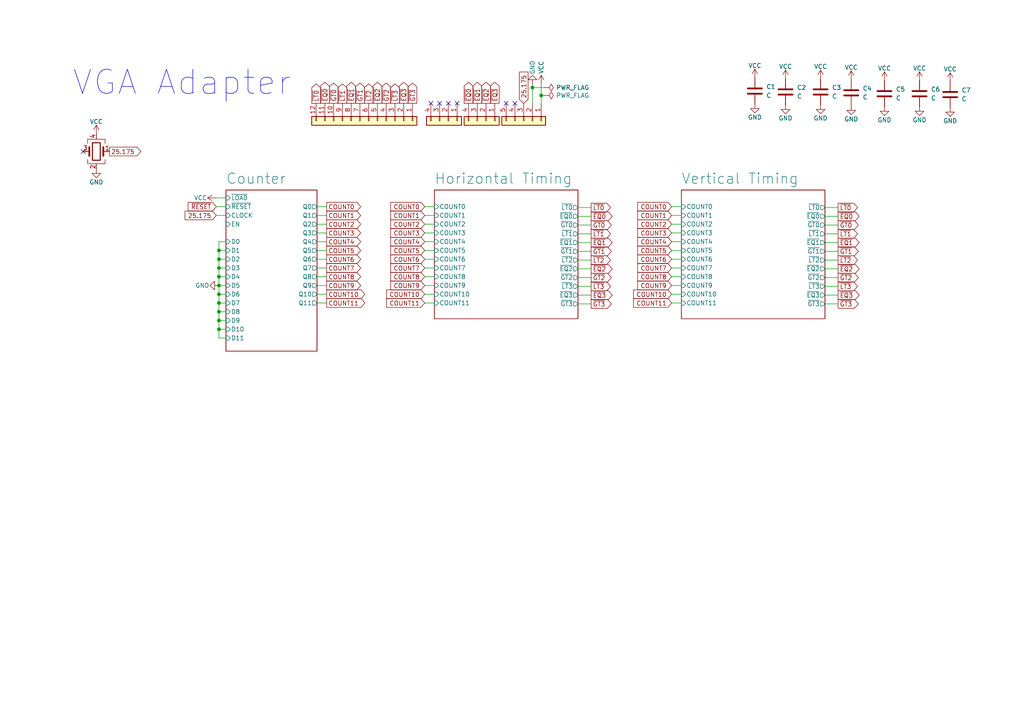
<source format=kicad_sch>
(kicad_sch (version 20211123) (generator eeschema)
  (paper "A4")
  (lib_symbols
    (symbol "Connector_Generic:Conn_01x04" (pin_names (offset 1.016) hide)
      (property "Reference" "J" (at 0 5.08 0))
      (property "Value" "Conn_01x04" (at 0 -7.62 0))
      (symbol "Conn_01x04_1_1"
        (rectangle (start -1.27 -4.953) (end 0 -5.207) (stroke (width 0.1524)))
        (rectangle (start -1.27 -2.413) (end 0 -2.667) (stroke (width 0.1524)))
        (rectangle (start -1.27 0.127) (end 0 -0.127) (stroke (width 0.1524)))
        (rectangle (start -1.27 2.667) (end 0 2.413) (stroke (width 0.1524)))
        (rectangle (start -1.27 3.81) (end 1.27 -6.35) (stroke (width 0.254)) (fill (type background)))
        (pin passive line (at -5.08 2.54 0) (length 3.81) (name "Pin_1") (number "1"))
        (pin passive line (at -5.08 0 0) (length 3.81) (name "Pin_2") (number "2"))
        (pin passive line (at -5.08 -2.54 0) (length 3.81) (name "Pin_3") (number "3"))
        (pin passive line (at -5.08 -5.08 0) (length 3.81) (name "Pin_4") (number "4"))
      )
    )
    (symbol "Connector_Generic:Conn_01x05" (pin_names (offset 1.016) hide)
      (property "Reference" "J" (at 0 7.62 0))
      (property "Value" "Conn_01x05" (at 0 -7.62 0))
      (symbol "Conn_01x05_1_1"
        (rectangle (start -1.27 -4.953) (end 0 -5.207) (stroke (width 0.1524)))
        (rectangle (start -1.27 -2.413) (end 0 -2.667) (stroke (width 0.1524)))
        (rectangle (start -1.27 0.127) (end 0 -0.127) (stroke (width 0.1524)))
        (rectangle (start -1.27 2.667) (end 0 2.413) (stroke (width 0.1524)))
        (rectangle (start -1.27 5.207) (end 0 4.953) (stroke (width 0.1524)))
        (rectangle (start -1.27 6.35) (end 1.27 -6.35) (stroke (width 0.254)) (fill (type background)))
        (pin passive line (at -5.08 5.08 0) (length 3.81) (name "Pin_1") (number "1"))
        (pin passive line (at -5.08 2.54 0) (length 3.81) (name "Pin_2") (number "2"))
        (pin passive line (at -5.08 0 0) (length 3.81) (name "Pin_3") (number "3"))
        (pin passive line (at -5.08 -2.54 0) (length 3.81) (name "Pin_4") (number "4"))
        (pin passive line (at -5.08 -5.08 0) (length 3.81) (name "Pin_5") (number "5"))
      )
    )
    (symbol "Connector_Generic:Conn_01x12" (pin_names (offset 1.016) hide)
      (property "Reference" "J" (at 0 15.24 0))
      (property "Value" "Conn_01x12" (at 0 -17.78 0))
      (symbol "Conn_01x12_1_1"
        (rectangle (start -1.27 -15.113) (end 0 -15.367) (stroke (width 0.1524)))
        (rectangle (start -1.27 -12.573) (end 0 -12.827) (stroke (width 0.1524)))
        (rectangle (start -1.27 -10.033) (end 0 -10.287) (stroke (width 0.1524)))
        (rectangle (start -1.27 -7.493) (end 0 -7.747) (stroke (width 0.1524)))
        (rectangle (start -1.27 -4.953) (end 0 -5.207) (stroke (width 0.1524)))
        (rectangle (start -1.27 -2.413) (end 0 -2.667) (stroke (width 0.1524)))
        (rectangle (start -1.27 0.127) (end 0 -0.127) (stroke (width 0.1524)))
        (rectangle (start -1.27 2.667) (end 0 2.413) (stroke (width 0.1524)))
        (rectangle (start -1.27 5.207) (end 0 4.953) (stroke (width 0.1524)))
        (rectangle (start -1.27 7.747) (end 0 7.493) (stroke (width 0.1524)))
        (rectangle (start -1.27 10.287) (end 0 10.033) (stroke (width 0.1524)))
        (rectangle (start -1.27 12.827) (end 0 12.573) (stroke (width 0.1524)))
        (rectangle (start -1.27 13.97) (end 1.27 -16.51) (stroke (width 0.254)) (fill (type background)))
        (pin passive line (at -5.08 12.7 0) (length 3.81) (name "Pin_1") (number "1"))
        (pin passive line (at -5.08 -10.16 0) (length 3.81) (name "Pin_10") (number "10"))
        (pin passive line (at -5.08 -12.7 0) (length 3.81) (name "Pin_11") (number "11"))
        (pin passive line (at -5.08 -15.24 0) (length 3.81) (name "Pin_12") (number "12"))
        (pin passive line (at -5.08 10.16 0) (length 3.81) (name "Pin_2") (number "2"))
        (pin passive line (at -5.08 7.62 0) (length 3.81) (name "Pin_3") (number "3"))
        (pin passive line (at -5.08 5.08 0) (length 3.81) (name "Pin_4") (number "4"))
        (pin passive line (at -5.08 2.54 0) (length 3.81) (name "Pin_5") (number "5"))
        (pin passive line (at -5.08 0 0) (length 3.81) (name "Pin_6") (number "6"))
        (pin passive line (at -5.08 -2.54 0) (length 3.81) (name "Pin_7") (number "7"))
        (pin passive line (at -5.08 -5.08 0) (length 3.81) (name "Pin_8") (number "8"))
        (pin passive line (at -5.08 -7.62 0) (length 3.81) (name "Pin_9") (number "9"))
      )
    )
    (symbol "Device:C" (pin_numbers hide) (pin_names (offset 0.254))
      (property "Reference" "C" (at 0.635 2.54 0))
      (property "Value" "C" (at 0.635 -2.54 0))
      (symbol "C_0_1"
        (polyline (pts (xy -2.032 -0.762) (xy 2.032 -0.762)) (stroke (width 0.508)))
        (polyline (pts (xy -2.032 0.762) (xy 2.032 0.762)) (stroke (width 0.508)))
      )
      (symbol "C_1_1"
        (pin passive line (at 0 3.81 270) (length 2.794) (name "~") (number "1"))
        (pin passive line (at 0 -3.81 90) (length 2.794) (name "~") (number "2"))
      )
    )
    (symbol "Device:Crystal_GND24" (pin_names (offset 1.016) hide)
      (property "Reference" "Y" (at 3.175 5.08 0))
      (property "Value" "Crystal_GND24" (at 3.175 3.175 0))
      (symbol "Crystal_GND24_0_1"
        (rectangle (start -1.143 2.54) (end 1.143 -2.54) (stroke (width 0.3048)))
        (polyline (pts (xy -2.54 0) (xy -2.032 0)))
        (polyline (pts (xy -2.032 -1.27) (xy -2.032 1.27)) (stroke (width 0.508)))
        (polyline (pts (xy 0 -3.81) (xy 0 -3.556)))
        (polyline (pts (xy 0 3.556) (xy 0 3.81)))
        (polyline (pts (xy 2.032 -1.27) (xy 2.032 1.27)) (stroke (width 0.508)))
        (polyline (pts (xy 2.032 0) (xy 2.54 0)))
        (polyline (pts (xy -2.54 -2.286) (xy -2.54 -3.556) (xy 2.54 -3.556) (xy 2.54 -2.286)))
        (polyline (pts (xy -2.54 2.286) (xy -2.54 3.556) (xy 2.54 3.556) (xy 2.54 2.286)))
      )
      (symbol "Crystal_GND24_1_1"
        (pin passive line (at -3.81 0 0) (length 1.27) (name "1") (number "1"))
        (pin passive line (at 0 5.08 270) (length 1.27) (name "2") (number "2"))
        (pin passive line (at 3.81 0 180) (length 1.27) (name "3") (number "3"))
        (pin passive line (at 0 -5.08 90) (length 1.27) (name "4") (number "4"))
      )
    )
    (symbol "power:GND" (power) (pin_names (offset 0))
      (property "Value" "GND" (at 0 -3.81 0))
      (symbol "GND_0_1"
        (polyline (pts (xy 0 0) (xy 0 -1.27) (xy 1.27 -1.27) (xy 0 -2.54) (xy -1.27 -1.27) (xy 0 -1.27)))
      )
      (symbol "GND_1_1"
        (pin power_in line (at 0 0 270) (length 0) hide (name "GND") (number "1"))
      )
    )
    (symbol "power:PWR_FLAG" (power) (pin_numbers hide) (pin_names (offset 0) hide)
      (property "Value" "PWR_FLAG" (at 0 3.81 0))
      (symbol "PWR_FLAG_0_0"
        (pin power_out line (at 0 0 90) (length 0) (name "pwr") (number "1"))
      )
      (symbol "PWR_FLAG_0_1"
        (polyline (pts (xy 0 0) (xy 0 1.27) (xy -1.016 1.905) (xy 0 2.54) (xy 1.016 1.905) (xy 0 1.27)))
      )
    )
    (symbol "power:VCC" (power) (pin_names (offset 0))
      (property "Value" "VCC" (at 0 3.81 0))
      (symbol "VCC_0_1"
        (polyline (pts (xy -0.762 1.27) (xy 0 2.54)))
        (polyline (pts (xy 0 0) (xy 0 2.54)))
        (polyline (pts (xy 0 2.54) (xy 0.762 1.27)))
      )
      (symbol "VCC_1_1"
        (pin power_in line (at 0 0 90) (length 0) hide (name "VCC") (number "1"))
      )
    )
  )
  (junction (at 63.5 90.424))
  (junction (at 154.432 25.4))
  (junction (at 63.5 92.964))
  (junction (at 63.5 87.884))
  (junction (at 63.5 80.264))
  (junction (at 156.972 27.686))
  (junction (at 63.5 77.724))
  (junction (at 63.5 82.804))
  (junction (at 63.5 75.184))
  (junction (at 63.5 72.644))
  (junction (at 63.5 85.344))
  (junction (at 63.5 95.504))
  (no_connect (at 130.048 29.972))
  (no_connect (at 132.588 29.972))
  (no_connect (at 127.508 29.972))
  (no_connect (at 124.968 29.972))
  (no_connect (at 146.812 29.972))
  (no_connect (at 24.13 43.942))
  (no_connect (at 149.352 29.972))
  (wire (pts (xy 239.268 70.358) (xy 243.078 70.358)))
  (wire (pts (xy 167.64 80.518) (xy 171.45 80.518)))
  (wire (pts (xy 123.19 65.024) (xy 125.984 65.024)))
  (wire (pts (xy 63.5 87.884) (xy 63.5 90.424)))
  (wire (pts (xy 62.738 57.404) (xy 65.532 57.404)))
  (wire (pts (xy 63.5 70.104) (xy 63.5 72.644)))
  (wire (pts (xy 167.64 62.738) (xy 171.45 62.738)))
  (wire (pts (xy 154.432 25.4) (xy 157.988 25.4)))
  (wire (pts (xy 123.19 70.104) (xy 125.984 70.104)))
  (wire (pts (xy 63.5 70.104) (xy 65.532 70.104)))
  (wire (pts (xy 123.19 75.184) (xy 125.984 75.184)))
  (wire (pts (xy 63.5 87.884) (xy 65.532 87.884)))
  (wire (pts (xy 239.268 85.598) (xy 243.078 85.598)))
  (wire (pts (xy 156.972 24.384) (xy 156.972 27.686)))
  (wire (pts (xy 123.19 77.724) (xy 125.984 77.724)))
  (wire (pts (xy 91.948 75.184) (xy 94.742 75.184)))
  (wire (pts (xy 239.268 60.198) (xy 243.078 60.198)))
  (wire (pts (xy 91.948 65.024) (xy 94.742 65.024)))
  (wire (pts (xy 123.19 62.484) (xy 125.984 62.484)))
  (wire (pts (xy 63.5 92.964) (xy 63.5 95.504)))
  (wire (pts (xy 167.64 77.978) (xy 171.45 77.978)))
  (wire (pts (xy 167.64 65.278) (xy 171.45 65.278)))
  (wire (pts (xy 167.64 67.818) (xy 171.45 67.818)))
  (wire (pts (xy 91.948 62.484) (xy 94.742 62.484)))
  (wire (pts (xy 194.818 59.944) (xy 197.612 59.944)))
  (wire (pts (xy 123.19 80.264) (xy 125.984 80.264)))
  (wire (pts (xy 239.268 77.978) (xy 243.078 77.978)))
  (wire (pts (xy 239.268 65.278) (xy 243.078 65.278)))
  (wire (pts (xy 63.5 77.724) (xy 63.5 80.264)))
  (wire (pts (xy 167.64 60.198) (xy 171.45 60.198)))
  (wire (pts (xy 239.268 67.818) (xy 243.078 67.818)))
  (wire (pts (xy 123.19 59.944) (xy 125.984 59.944)))
  (wire (pts (xy 123.19 82.804) (xy 125.984 82.804)))
  (wire (pts (xy 194.818 72.644) (xy 197.612 72.644)))
  (wire (pts (xy 123.19 72.644) (xy 125.984 72.644)))
  (wire (pts (xy 63.5 92.964) (xy 65.532 92.964)))
  (wire (pts (xy 62.738 62.484) (xy 65.532 62.484)))
  (wire (pts (xy 63.5 90.424) (xy 65.532 90.424)))
  (wire (pts (xy 194.818 75.184) (xy 197.612 75.184)))
  (wire (pts (xy 63.5 75.184) (xy 65.532 75.184)))
  (wire (pts (xy 63.5 85.344) (xy 65.532 85.344)))
  (wire (pts (xy 91.948 87.884) (xy 94.742 87.884)))
  (wire (pts (xy 239.268 62.738) (xy 243.078 62.738)))
  (wire (pts (xy 167.64 70.358) (xy 171.45 70.358)))
  (wire (pts (xy 194.818 62.484) (xy 197.612 62.484)))
  (wire (pts (xy 63.5 80.264) (xy 63.5 82.804)))
  (wire (pts (xy 63.5 82.804) (xy 65.532 82.804)))
  (wire (pts (xy 154.432 24.384) (xy 154.432 25.4)))
  (wire (pts (xy 194.818 85.344) (xy 197.612 85.344)))
  (wire (pts (xy 194.818 65.024) (xy 197.612 65.024)))
  (wire (pts (xy 63.5 75.184) (xy 63.5 77.724)))
  (wire (pts (xy 194.818 82.804) (xy 197.612 82.804)))
  (wire (pts (xy 63.5 85.344) (xy 63.5 87.884)))
  (wire (pts (xy 167.64 85.598) (xy 171.45 85.598)))
  (wire (pts (xy 63.5 82.804) (xy 63.5 85.344)))
  (wire (pts (xy 167.64 88.138) (xy 171.45 88.138)))
  (wire (pts (xy 194.818 80.264) (xy 197.612 80.264)))
  (wire (pts (xy 63.5 77.724) (xy 65.532 77.724)))
  (wire (pts (xy 91.948 80.264) (xy 94.742 80.264)))
  (wire (pts (xy 91.948 67.564) (xy 94.742 67.564)))
  (wire (pts (xy 239.268 88.138) (xy 243.078 88.138)))
  (wire (pts (xy 63.5 72.644) (xy 65.532 72.644)))
  (wire (pts (xy 167.64 72.898) (xy 171.45 72.898)))
  (wire (pts (xy 91.948 72.644) (xy 94.742 72.644)))
  (wire (pts (xy 63.5 95.504) (xy 63.5 98.044)))
  (wire (pts (xy 91.948 85.344) (xy 94.742 85.344)))
  (wire (pts (xy 156.972 27.686) (xy 156.972 29.972)))
  (wire (pts (xy 239.268 75.438) (xy 243.078 75.438)))
  (wire (pts (xy 194.818 87.884) (xy 197.612 87.884)))
  (wire (pts (xy 91.948 82.804) (xy 94.742 82.804)))
  (wire (pts (xy 239.268 83.058) (xy 243.078 83.058)))
  (wire (pts (xy 123.19 87.884) (xy 125.984 87.884)))
  (wire (pts (xy 154.432 25.4) (xy 154.432 29.972)))
  (wire (pts (xy 91.948 59.944) (xy 94.742 59.944)))
  (wire (pts (xy 63.5 95.504) (xy 65.532 95.504)))
  (wire (pts (xy 91.948 77.724) (xy 94.742 77.724)))
  (wire (pts (xy 194.818 70.104) (xy 197.612 70.104)))
  (wire (pts (xy 239.268 80.518) (xy 243.078 80.518)))
  (wire (pts (xy 194.818 77.724) (xy 197.612 77.724)))
  (wire (pts (xy 63.5 98.044) (xy 65.532 98.044)))
  (wire (pts (xy 63.5 80.264) (xy 65.532 80.264)))
  (wire (pts (xy 123.19 67.564) (xy 125.984 67.564)))
  (wire (pts (xy 62.738 59.944) (xy 65.532 59.944)))
  (wire (pts (xy 123.19 85.344) (xy 125.984 85.344)))
  (wire (pts (xy 63.5 90.424) (xy 63.5 92.964)))
  (wire (pts (xy 156.972 27.686) (xy 157.988 27.686)))
  (wire (pts (xy 194.818 67.564) (xy 197.612 67.564)))
  (wire (pts (xy 91.948 70.104) (xy 94.742 70.104)))
  (wire (pts (xy 63.5 72.644) (xy 63.5 75.184)))
  (wire (pts (xy 167.64 75.438) (xy 171.45 75.438)))
  (wire (pts (xy 239.268 72.898) (xy 243.078 72.898)))
  (wire (pts (xy 167.64 83.058) (xy 171.45 83.058)))
  (text "VGA Adapter" (at 20.828 28.194 0) (effects (font (size 7 7)) (justify left bottom)))
  (global_label "~{GT1}" (shape output) (at 243.078 72.898 0) (property "Intersheet References" "${INTERSHEET_REFS}" (effects hide)))
  (global_label "~{GT2}" (shape output) (at 171.45 80.518 0) (property "Intersheet References" "${INTERSHEET_REFS}" (effects hide)))
  (global_label "25.175" (shape input) (at 151.892 29.972 90) (property "Intersheet References" "${INTERSHEET_REFS}" (effects hide)))
  (global_label "COUNT9" (shape output) (at 94.742 82.804 0) (property "Intersheet References" "${INTERSHEET_REFS}" (effects hide)))
  (global_label "COUNT10" (shape output) (at 94.742 85.344 0) (property "Intersheet References" "${INTERSHEET_REFS}" (effects hide)))
  (global_label "COUNT1" (shape input) (at 123.19 62.484 180) (property "Intersheet References" "${INTERSHEET_REFS}" (effects hide)))
  (global_label "COUNT5" (shape output) (at 94.742 72.644 0) (property "Intersheet References" "${INTERSHEET_REFS}" (effects hide)))
  (global_label "~{EQ2}" (shape output) (at 109.474 29.972 90) (property "Intersheet References" "${INTERSHEET_REFS}" (effects hide)))
  (global_label "COUNT1" (shape output) (at 94.742 62.484 0) (property "Intersheet References" "${INTERSHEET_REFS}" (effects hide)))
  (global_label "COUNT9" (shape input) (at 194.818 82.804 180) (property "Intersheet References" "${INTERSHEET_REFS}" (effects hide)))
  (global_label "COUNT11" (shape input) (at 194.818 87.884 180) (property "Intersheet References" "${INTERSHEET_REFS}" (effects hide)))
  (global_label "~{LT1}" (shape output) (at 99.314 29.972 90) (property "Intersheet References" "${INTERSHEET_REFS}" (effects hide)))
  (global_label "~{EQ1}" (shape output) (at 101.854 29.972 90) (property "Intersheet References" "${INTERSHEET_REFS}" (effects hide)))
  (global_label "~{LT2}" (shape output) (at 171.45 75.438 0) (property "Intersheet References" "${INTERSHEET_REFS}" (effects hide)))
  (global_label "COUNT0" (shape input) (at 123.19 59.944 180) (property "Intersheet References" "${INTERSHEET_REFS}" (effects hide)))
  (global_label "COUNT0" (shape output) (at 94.742 59.944 0) (property "Intersheet References" "${INTERSHEET_REFS}" (effects hide)))
  (global_label "COUNT2" (shape output) (at 94.742 65.024 0) (property "Intersheet References" "${INTERSHEET_REFS}" (effects hide)))
  (global_label "~{GT0}" (shape output) (at 96.774 29.972 90) (property "Intersheet References" "${INTERSHEET_REFS}" (effects hide)))
  (global_label "COUNT6" (shape input) (at 123.19 75.184 180) (property "Intersheet References" "${INTERSHEET_REFS}" (effects hide)))
  (global_label "~{EQ2}" (shape output) (at 140.97 29.972 90) (property "Intersheet References" "${INTERSHEET_REFS}" (effects hide)))
  (global_label "COUNT8" (shape input) (at 123.19 80.264 180) (property "Intersheet References" "${INTERSHEET_REFS}" (effects hide)))
  (global_label "COUNT7" (shape output) (at 94.742 77.724 0) (property "Intersheet References" "${INTERSHEET_REFS}" (effects hide)))
  (global_label "COUNT3" (shape input) (at 123.19 67.564 180) (property "Intersheet References" "${INTERSHEET_REFS}" (effects hide)))
  (global_label "~{EQ1}" (shape output) (at 243.078 70.358 0) (property "Intersheet References" "${INTERSHEET_REFS}" (effects hide)))
  (global_label "COUNT5" (shape input) (at 123.19 72.644 180) (property "Intersheet References" "${INTERSHEET_REFS}" (effects hide)))
  (global_label "~{EQ0}" (shape output) (at 243.078 62.738 0) (property "Intersheet References" "${INTERSHEET_REFS}" (effects hide)))
  (global_label "COUNT8" (shape output) (at 94.742 80.264 0) (property "Intersheet References" "${INTERSHEET_REFS}" (effects hide)))
  (global_label "COUNT7" (shape input) (at 123.19 77.724 180) (property "Intersheet References" "${INTERSHEET_REFS}" (effects hide)))
  (global_label "~{EQ2}" (shape output) (at 243.078 77.978 0) (property "Intersheet References" "${INTERSHEET_REFS}" (effects hide)))
  (global_label "~{EQ0}" (shape output) (at 171.45 62.738 0) (property "Intersheet References" "${INTERSHEET_REFS}" (effects hide)))
  (global_label "~{EQ1}" (shape output) (at 138.43 29.972 90) (property "Intersheet References" "${INTERSHEET_REFS}" (effects hide)))
  (global_label "COUNT10" (shape input) (at 194.818 85.344 180) (property "Intersheet References" "${INTERSHEET_REFS}" (effects hide)))
  (global_label "~{GT0}" (shape output) (at 171.45 65.278 0) (property "Intersheet References" "${INTERSHEET_REFS}" (effects hide)))
  (global_label "~{LT0}" (shape output) (at 91.694 29.972 90) (property "Intersheet References" "${INTERSHEET_REFS}" (effects hide)))
  (global_label "~{LT1}" (shape output) (at 243.078 67.818 0) (property "Intersheet References" "${INTERSHEET_REFS}" (effects hide)))
  (global_label "~{EQ0}" (shape output) (at 94.234 29.972 90) (property "Intersheet References" "${INTERSHEET_REFS}" (effects hide)))
  (global_label "~{GT3}" (shape output) (at 119.634 29.972 90) (property "Intersheet References" "${INTERSHEET_REFS}" (effects hide)))
  (global_label "25.175" (shape input) (at 62.738 62.484 180) (property "Intersheet References" "${INTERSHEET_REFS}" (effects hide)))
  (global_label "~{EQ3}" (shape output) (at 143.51 29.972 90) (property "Intersheet References" "${INTERSHEET_REFS}" (effects hide)))
  (global_label "COUNT4" (shape input) (at 194.818 70.104 180) (property "Intersheet References" "${INTERSHEET_REFS}" (effects hide)))
  (global_label "~{LT3}" (shape output) (at 171.45 83.058 0) (property "Intersheet References" "${INTERSHEET_REFS}" (effects hide)))
  (global_label "COUNT5" (shape input) (at 194.818 72.644 180) (property "Intersheet References" "${INTERSHEET_REFS}" (effects hide)))
  (global_label "~{GT3}" (shape output) (at 171.45 88.138 0) (property "Intersheet References" "${INTERSHEET_REFS}" (effects hide)))
  (global_label "~{GT3}" (shape output) (at 243.078 88.138 0) (property "Intersheet References" "${INTERSHEET_REFS}" (effects hide)))
  (global_label "~{GT1}" (shape output) (at 104.394 29.972 90) (property "Intersheet References" "${INTERSHEET_REFS}" (effects hide)))
  (global_label "~{GT0}" (shape output) (at 243.078 65.278 0) (property "Intersheet References" "${INTERSHEET_REFS}" (effects hide)))
  (global_label "~{EQ3}" (shape output) (at 117.094 29.972 90) (property "Intersheet References" "${INTERSHEET_REFS}" (effects hide)))
  (global_label "COUNT3" (shape input) (at 194.818 67.564 180) (property "Intersheet References" "${INTERSHEET_REFS}" (effects hide)))
  (global_label "COUNT2" (shape input) (at 194.818 65.024 180) (property "Intersheet References" "${INTERSHEET_REFS}" (effects hide)))
  (global_label "COUNT10" (shape input) (at 123.19 85.344 180) (property "Intersheet References" "${INTERSHEET_REFS}" (effects hide)))
  (global_label "~{LT3}" (shape output) (at 114.554 29.972 90) (property "Intersheet References" "${INTERSHEET_REFS}" (effects hide)))
  (global_label "COUNT4" (shape input) (at 123.19 70.104 180) (property "Intersheet References" "${INTERSHEET_REFS}" (effects hide)))
  (global_label "COUNT7" (shape input) (at 194.818 77.724 180) (property "Intersheet References" "${INTERSHEET_REFS}" (effects hide)))
  (global_label "~{LT3}" (shape output) (at 243.078 83.058 0) (property "Intersheet References" "${INTERSHEET_REFS}" (effects hide)))
  (global_label "~{EQ3}" (shape output) (at 171.45 85.598 0) (property "Intersheet References" "${INTERSHEET_REFS}" (effects hide)))
  (global_label "COUNT6" (shape output) (at 94.742 75.184 0) (property "Intersheet References" "${INTERSHEET_REFS}" (effects hide)))
  (global_label "COUNT6" (shape input) (at 194.818 75.184 180) (property "Intersheet References" "${INTERSHEET_REFS}" (effects hide)))
  (global_label "~{GT2}" (shape output) (at 112.014 29.972 90) (property "Intersheet References" "${INTERSHEET_REFS}" (effects hide)))
  (global_label "COUNT4" (shape output) (at 94.742 70.104 0) (property "Intersheet References" "${INTERSHEET_REFS}" (effects hide)))
  (global_label "~{GT1}" (shape output) (at 171.45 72.898 0) (property "Intersheet References" "${INTERSHEET_REFS}" (effects hide)))
  (global_label "~{LT2}" (shape output) (at 243.078 75.438 0) (property "Intersheet References" "${INTERSHEET_REFS}" (effects hide)))
  (global_label "25.175" (shape output) (at 31.75 43.942 0) (property "Intersheet References" "${INTERSHEET_REFS}" (effects hide)))
  (global_label "~{RESET}" (shape input) (at 62.738 59.944 180) (property "Intersheet References" "${INTERSHEET_REFS}" (effects hide)))
  (global_label "~{LT1}" (shape output) (at 171.45 67.818 0) (property "Intersheet References" "${INTERSHEET_REFS}" (effects hide)))
  (global_label "COUNT11" (shape input) (at 123.19 87.884 180) (property "Intersheet References" "${INTERSHEET_REFS}" (effects hide)))
  (global_label "COUNT1" (shape input) (at 194.818 62.484 180) (property "Intersheet References" "${INTERSHEET_REFS}" (effects hide)))
  (global_label "COUNT2" (shape input) (at 123.19 65.024 180) (property "Intersheet References" "${INTERSHEET_REFS}" (effects hide)))
  (global_label "~{GT2}" (shape output) (at 243.078 80.518 0) (property "Intersheet References" "${INTERSHEET_REFS}" (effects hide)))
  (global_label "COUNT8" (shape input) (at 194.818 80.264 180) (property "Intersheet References" "${INTERSHEET_REFS}" (effects hide)))
  (global_label "~{LT2}" (shape output) (at 106.934 29.972 90) (property "Intersheet References" "${INTERSHEET_REFS}" (effects hide)))
  (global_label "~{EQ2}" (shape output) (at 171.45 77.978 0) (property "Intersheet References" "${INTERSHEET_REFS}" (effects hide)))
  (global_label "COUNT3" (shape output) (at 94.742 67.564 0) (property "Intersheet References" "${INTERSHEET_REFS}" (effects hide)))
  (global_label "COUNT11" (shape output) (at 94.742 87.884 0) (property "Intersheet References" "${INTERSHEET_REFS}" (effects hide)))
  (global_label "COUNT0" (shape input) (at 194.818 59.944 180) (property "Intersheet References" "${INTERSHEET_REFS}" (effects hide)))
  (global_label "~{LT0}" (shape output) (at 171.45 60.198 0) (property "Intersheet References" "${INTERSHEET_REFS}" (effects hide)))
  (global_label "COUNT9" (shape input) (at 123.19 82.804 180) (property "Intersheet References" "${INTERSHEET_REFS}" (effects hide)))
  (global_label "~{EQ3}" (shape output) (at 243.078 85.598 0) (property "Intersheet References" "${INTERSHEET_REFS}" (effects hide)))
  (global_label "~{EQ1}" (shape output) (at 171.45 70.358 0) (property "Intersheet References" "${INTERSHEET_REFS}" (effects hide)))
  (global_label "~{LT0}" (shape output) (at 243.078 60.198 0) (property "Intersheet References" "${INTERSHEET_REFS}" (effects hide)))
  (global_label "~{EQ0}" (shape output) (at 135.89 29.972 90) (property "Intersheet References" "${INTERSHEET_REFS}" (effects hide)))
  (symbol (lib_id "power:GND") (at 275.59 31.242 0) (unit 1)
    (property "Reference" "#PWR020" (effects hide))
    (property "Value" "GND" (at 275.59 35.052 0))
  )
  (symbol (lib_id "power:GND") (at 227.838 30.48 0) (unit 1)
    (property "Reference" "#PWR010" (effects hide))
    (property "Value" "GND" (at 227.838 34.29 0))
  )
  (symbol (lib_id "power:VCC") (at 218.948 22.606 0) (unit 1)
    (property "Reference" "#PWR07" (effects hide))
    (property "Value" "VCC" (at 218.948 19.05 0))
  )
  (symbol (lib_id "Connector_Generic:Conn_01x12") (at 106.934 35.052 270) (unit 1)
    (property "Reference" "J1" (effects hide))
    (property "Value" "Conn_01x12" (effects hide))
    (property "Footprint" "Connector_PinHeader_2.54mm:PinHeader_1x12_P2.54mm_Vertical" (effects hide))
  )
  (symbol (lib_id "power:VCC") (at 237.998 22.86 0) (unit 1)
    (property "Reference" "#PWR011" (effects hide))
    (property "Value" "VCC" (at 237.998 19.304 0))
  )
  (symbol (lib_id "power:GND") (at 256.54 30.988 0) (unit 1)
    (property "Reference" "#PWR016" (effects hide))
    (property "Value" "GND" (at 256.54 34.798 0))
  )
  (symbol (lib_id "Device:C") (at 275.59 27.432 0) (unit 1)
    (property "Reference" "C7" (at 278.892 26.1619 0) (effects (justify left)))
    (property "Value" "C" (at 278.892 28.7019 0) (effects (justify left)))
    (property "Footprint" "Capacitor_SMD:C_0805_2012Metric" (effects hide))
  )
  (symbol (lib_id "power:VCC") (at 27.94 38.862 0) (unit 1)
    (property "Reference" "#PWR01" (effects hide))
    (property "Value" "VCC" (at 27.94 35.306 0))
  )
  (symbol (lib_id "power:VCC") (at 256.54 23.368 0) (unit 1)
    (property "Reference" "#PWR015" (effects hide))
    (property "Value" "VCC" (at 256.54 19.812 0))
  )
  (symbol (lib_id "power:VCC") (at 266.7 23.368 0) (unit 1)
    (property "Reference" "#PWR017" (effects hide))
    (property "Value" "VCC" (at 266.7 19.812 0))
  )
  (symbol (lib_id "power:PWR_FLAG") (at 157.988 27.686 270) (unit 1)
    (property "Reference" "#FLG02" (effects hide))
    (property "Value" "PWR_FLAG" (at 161.29 27.6859 90) (effects (justify left)))
  )
  (symbol (lib_id "power:GND") (at 218.948 30.226 0) (unit 1)
    (property "Reference" "#PWR08" (effects hide))
    (property "Value" "GND" (at 218.948 34.036 0))
  )
  (symbol (lib_id "Connector_Generic:Conn_01x04") (at 130.048 35.052 270) (unit 1)
    (property "Reference" "J2" (effects hide))
    (property "Value" "Conn_01x04" (effects hide))
    (property "Footprint" "Connector_PinHeader_2.54mm:PinHeader_1x04_P2.54mm_Vertical" (effects hide))
  )
  (symbol (lib_id "power:GND") (at 63.5 82.804 270) (unit 1)
    (property "Reference" "#PWR04" (effects hide))
    (property "Value" "GND" (at 58.674 82.804 90))
  )
  (symbol (lib_id "power:VCC") (at 275.59 23.622 0) (unit 1)
    (property "Reference" "#PWR019" (effects hide))
    (property "Value" "VCC" (at 275.59 20.066 0))
  )
  (symbol (lib_id "Device:C") (at 237.998 26.67 0) (unit 1)
    (property "Reference" "C3" (at 241.3 25.3999 0) (effects (justify left)))
    (property "Value" "C" (at 241.3 27.9399 0) (effects (justify left)))
    (property "Footprint" "Capacitor_SMD:C_0805_2012Metric" (effects hide))
  )
  (symbol (lib_id "power:VCC") (at 246.888 23.114 0) (unit 1)
    (property "Reference" "#PWR013" (effects hide))
    (property "Value" "VCC" (at 246.888 19.558 0))
  )
  (symbol (lib_id "power:GND") (at 246.888 30.734 0) (unit 1)
    (property "Reference" "#PWR014" (effects hide))
    (property "Value" "GND" (at 246.888 34.544 0))
  )
  (symbol (lib_id "power:VCC") (at 156.972 24.384 0) (unit 1)
    (property "Reference" "#PWR06" (effects hide))
    (property "Value" "VCC" (at 156.972 19.558 90))
  )
  (symbol (lib_id "Device:C") (at 227.838 26.67 0) (unit 1)
    (property "Reference" "C2" (at 231.14 25.3999 0) (effects (justify left)))
    (property "Value" "C" (at 231.14 27.9399 0) (effects (justify left)))
    (property "Footprint" "Capacitor_SMD:C_0805_2012Metric" (effects hide))
  )
  (symbol (lib_id "Device:C") (at 218.948 26.416 0) (unit 1)
    (property "Reference" "C1" (at 222.25 25.1459 0) (effects (justify left)))
    (property "Value" "C" (at 222.25 27.6859 0) (effects (justify left)))
    (property "Footprint" "Capacitor_SMD:C_0805_2012Metric" (effects hide))
  )
  (symbol (lib_id "power:GND") (at 27.94 49.022 0) (unit 1)
    (property "Reference" "#PWR02" (effects hide))
    (property "Value" "GND" (at 27.94 52.832 0))
  )
  (symbol (lib_id "Device:C") (at 256.54 27.178 0) (unit 1)
    (property "Reference" "C5" (at 259.842 25.9079 0) (effects (justify left)))
    (property "Value" "C" (at 259.842 28.4479 0) (effects (justify left)))
    (property "Footprint" "Capacitor_SMD:C_0805_2012Metric" (effects hide))
  )
  (symbol (lib_id "Device:Crystal_GND24") (at 27.94 43.942 180) (unit 1)
    (property "Reference" "Y1" (effects hide))
    (property "Value" "Crystal_GND24" (effects hide))
    (property "Footprint" "LIBRARY-8-bit-computer:Crystal_DIP_4_8" (effects hide))
  )
  (symbol (lib_id "power:GND") (at 266.7 30.988 0) (unit 1)
    (property "Reference" "#PWR018" (effects hide))
    (property "Value" "GND" (at 266.7 34.798 0))
  )
  (symbol (lib_id "power:GND") (at 237.998 30.48 0) (unit 1)
    (property "Reference" "#PWR012" (effects hide))
    (property "Value" "GND" (at 237.998 34.29 0))
  )
  (symbol (lib_id "Connector_Generic:Conn_01x05") (at 151.892 35.052 270) (unit 1)
    (property "Reference" "J4" (effects hide))
    (property "Value" "Conn_01x05" (effects hide))
    (property "Footprint" "Connector_PinHeader_2.54mm:PinHeader_1x05_P2.54mm_Vertical" (effects hide))
  )
  (symbol (lib_id "power:GND") (at 154.432 24.384 180) (unit 1)
    (property "Reference" "#PWR05" (effects hide))
    (property "Value" "GND" (at 154.432 19.558 90))
  )
  (symbol (lib_id "Device:C") (at 246.888 26.924 0) (unit 1)
    (property "Reference" "C4" (at 250.19 25.6539 0) (effects (justify left)))
    (property "Value" "C" (at 250.19 28.1939 0) (effects (justify left)))
    (property "Footprint" "Capacitor_SMD:C_0805_2012Metric" (effects hide))
  )
  (symbol (lib_id "power:PWR_FLAG") (at 157.988 25.4 270) (unit 1)
    (property "Reference" "#FLG01" (effects hide))
    (property "Value" "PWR_FLAG" (at 161.29 25.3999 90) (effects (justify left)))
  )
  (symbol (lib_id "Device:C") (at 266.7 27.178 0) (unit 1)
    (property "Reference" "C6" (at 270.002 25.9079 0) (effects (justify left)))
    (property "Value" "C" (at 270.002 28.4479 0) (effects (justify left)))
    (property "Footprint" "Capacitor_SMD:C_0805_2012Metric" (effects hide))
  )
  (symbol (lib_id "power:VCC") (at 62.738 57.404 90) (unit 1)
    (property "Reference" "#PWR03" (effects hide))
    (property "Value" "VCC" (at 58.166 57.404 90))
  )
  (symbol (lib_id "Connector_Generic:Conn_01x04") (at 140.97 35.052 270) (unit 1)
    (property "Reference" "J3" (effects hide))
    (property "Value" "Conn_01x04" (effects hide))
    (property "Footprint" "Connector_PinHeader_2.54mm:PinHeader_1x04_P2.54mm_Vertical" (effects hide))
  )
  (symbol (lib_id "power:VCC") (at 227.838 22.86 0) (unit 1)
    (property "Reference" "#PWR09" (effects hide))
    (property "Value" "VCC" (at 227.838 19.304 0))
  )
  (sheet (at 197.612 55.118) (size 41.656 37.338) (stroke (width 0.1524))
    (property "Sheet name" "Vertical Timing" (at 197.612 53.5414 0) (effects (font (size 3 3)) (justify left bottom)))
    (property "Sheet file" "horiztonal-timing.kicad_sch" (effects hide))
    (pin "COUNT5" input (at 197.612 72.644 180))
    (pin "COUNT7" input (at 197.612 77.724 180))
    (pin "COUNT6" input (at 197.612 75.184 180))
    (pin "COUNT4" input (at 197.612 70.104 180))
    (pin "COUNT8" input (at 197.612 80.264 180))
    (pin "COUNT3" input (at 197.612 67.564 180))
    (pin "COUNT10" input (at 197.612 85.344 180))
    (pin "COUNT11" input (at 197.612 87.884 180))
    (pin "COUNT9" input (at 197.612 82.804 180))
    (pin "COUNT1" input (at 197.612 62.484 180))
    (pin "COUNT2" input (at 197.612 65.024 180))
    (pin "COUNT0" input (at 197.612 59.944 180))
    (pin "~{EQ1}" output (at 239.268 70.358 0))
    (pin "~{EQ3}" output (at 239.268 85.598 0))
    (pin "~{EQ2}" output (at 239.268 77.978 0))
    (pin "~{GT0}" output (at 239.268 65.278 0))
    (pin "~{LT2}" output (at 239.268 75.438 0))
    (pin "~{GT2}" output (at 239.268 80.518 0))
    (pin "~{LT1}" output (at 239.268 67.818 0))
    (pin "~{GT1}" output (at 239.268 72.898 0))
    (pin "~{LT3}" output (at 239.268 83.058 0))
    (pin "~{GT3}" output (at 239.268 88.138 0))
    (pin "~{EQ0}" output (at 239.268 62.738 0))
    (pin "~{LT0}" output (at 239.268 60.198 0))
  )
  (sheet (at 125.984 55.118) (size 41.656 37.338) (stroke (width 0.1524))
    (property "Sheet name" "Horizontal Timing" (at 125.984 53.5414 0) (effects (font (size 3 3)) (justify left bottom)))
    (property "Sheet file" "horiztonal-timing.kicad_sch" (effects hide))
    (pin "COUNT5" input (at 125.984 72.644 180))
    (pin "COUNT7" input (at 125.984 77.724 180))
    (pin "COUNT6" input (at 125.984 75.184 180))
    (pin "COUNT4" input (at 125.984 70.104 180))
    (pin "COUNT8" input (at 125.984 80.264 180))
    (pin "COUNT3" input (at 125.984 67.564 180))
    (pin "COUNT10" input (at 125.984 85.344 180))
    (pin "COUNT11" input (at 125.984 87.884 180))
    (pin "COUNT9" input (at 125.984 82.804 180))
    (pin "COUNT1" input (at 125.984 62.484 180))
    (pin "COUNT2" input (at 125.984 65.024 180))
    (pin "COUNT0" input (at 125.984 59.944 180))
    (pin "~{EQ1}" output (at 167.64 70.358 0))
    (pin "~{EQ3}" output (at 167.64 85.598 0))
    (pin "~{EQ2}" output (at 167.64 77.978 0))
    (pin "~{GT0}" output (at 167.64 65.278 0))
    (pin "~{LT2}" output (at 167.64 75.438 0))
    (pin "~{GT2}" output (at 167.64 80.518 0))
    (pin "~{LT1}" output (at 167.64 67.818 0))
    (pin "~{GT1}" output (at 167.64 72.898 0))
    (pin "~{LT3}" output (at 167.64 83.058 0))
    (pin "~{GT3}" output (at 167.64 88.138 0))
    (pin "~{EQ0}" output (at 167.64 62.738 0))
    (pin "~{LT0}" output (at 167.64 60.198 0))
  )
  (sheet (at 65.532 55.118) (size 26.416 46.736) (stroke (width 0.1524))
    (property "Sheet name" "Counter" (at 65.532 53.5414 0) (effects (font (size 3 3)) (justify left bottom)))
    (property "Sheet file" "counter.kicad_sch" (effects hide))
    (pin "~{RESET}" input (at 65.532 59.944 180))
    (pin "CLOCK" input (at 65.532 62.484 180))
    (pin "D5" input (at 65.532 82.804 180))
    (pin "D0" input (at 65.532 70.104 180))
    (pin "D1" input (at 65.532 72.644 180))
    (pin "D2" input (at 65.532 75.184 180))
    (pin "Q11" output (at 91.948 87.884 0))
    (pin "Q9" output (at 91.948 82.804 0))
    (pin "Q8" output (at 91.948 80.264 0))
    (pin "Q7" output (at 91.948 77.724 0))
    (pin "Q10" output (at 91.948 85.344 0))
    (pin "Q0" output (at 91.948 59.944 0))
    (pin "~{LOAD}" input (at 65.532 57.404 180))
    (pin "EN" input (at 65.532 65.024 180))
    (pin "Q4" output (at 91.948 70.104 0))
    (pin "Q2" output (at 91.948 65.024 0))
    (pin "Q6" output (at 91.948 75.184 0))
    (pin "Q3" output (at 91.948 67.564 0))
    (pin "Q1" output (at 91.948 62.484 0))
    (pin "Q5" output (at 91.948 72.644 0))
    (pin "D9" input (at 65.532 92.964 180))
    (pin "D6" input (at 65.532 85.344 180))
    (pin "D8" input (at 65.532 90.424 180))
    (pin "D10" input (at 65.532 95.504 180))
    (pin "D11" input (at 65.532 98.044 180))
    (pin "D4" input (at 65.532 80.264 180))
    (pin "D7" input (at 65.532 87.884 180))
    (pin "D3" input (at 65.532 77.724 180))
  )
)
</source>
